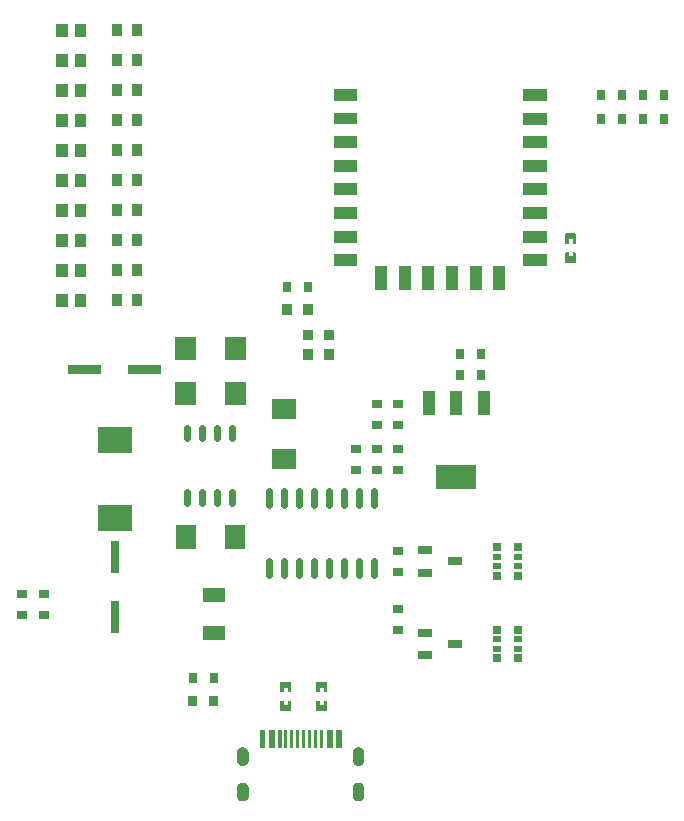
<source format=gtp>
G04 Layer: TopPasteMaskLayer*
G04 EasyEDA v6.4.19.4, 2021-06-08T16:32:54+08:00*
G04 a09ed18009a84ab5a87bbd9c58a990bc,2444bf6f38dc4a26b464d521983d9d6f,10*
G04 Gerber Generator version 0.2*
G04 Scale: 100 percent, Rotated: No, Reflected: No *
G04 Dimensions in millimeters *
G04 leading zeros omitted , absolute positions ,4 integer and 5 decimal *
%FSLAX45Y45*%
%MOMM*%

%ADD13C,0.6000*%
%ADD18R,0.8000X0.9000*%
%ADD19R,0.8000X2.8000*%
%ADD20R,0.9000X0.8000*%
%ADD22R,1.8000X2.0000*%
%ADD23R,2.0000X1.8000*%
%ADD24R,1.9000X1.2000*%
%ADD25R,3.0000X2.2000*%
%ADD26R,0.8999X1.0000*%
%ADD27R,1.2500X0.7000*%
%ADD29R,0.8000X0.6500*%
%ADD30R,0.8000X0.5000*%
%ADD31R,2.0000X1.0000*%
%ADD32R,1.0000X2.0000*%
%ADD33R,1.0922X2.1590*%
%ADD34R,3.5052X2.1590*%

%LPD*%
G36*
X1338072Y-3197809D02*
G01*
X1333093Y-3198215D01*
X1328166Y-3199079D01*
X1323390Y-3200400D01*
X1318717Y-3202228D01*
X1314297Y-3204514D01*
X1310132Y-3207207D01*
X1306220Y-3210306D01*
X1302664Y-3213811D01*
X1299464Y-3217621D01*
X1296619Y-3221736D01*
X1294231Y-3226104D01*
X1292301Y-3230676D01*
X1290828Y-3235452D01*
X1289862Y-3240328D01*
X1289354Y-3245307D01*
X1289304Y-3307791D01*
X1289558Y-3312769D01*
X1290269Y-3317697D01*
X1291539Y-3322523D01*
X1293215Y-3327196D01*
X1295400Y-3331718D01*
X1297990Y-3335985D01*
X1300988Y-3339947D01*
X1304391Y-3343605D01*
X1308150Y-3346907D01*
X1312164Y-3349802D01*
X1316482Y-3352292D01*
X1321054Y-3354324D01*
X1325778Y-3355949D01*
X1330604Y-3357016D01*
X1335582Y-3357676D01*
X1340561Y-3357778D01*
X1345539Y-3357422D01*
X1350416Y-3356559D01*
X1355242Y-3355187D01*
X1359865Y-3353358D01*
X1364284Y-3351123D01*
X1368501Y-3348380D01*
X1372362Y-3345281D01*
X1375968Y-3341827D01*
X1379169Y-3337966D01*
X1381963Y-3333851D01*
X1384350Y-3329482D01*
X1386281Y-3324910D01*
X1387754Y-3320135D01*
X1388770Y-3315258D01*
X1389227Y-3310280D01*
X1389329Y-3247796D01*
X1389075Y-3242818D01*
X1388313Y-3237890D01*
X1387094Y-3233064D01*
X1385366Y-3228390D01*
X1383233Y-3223869D01*
X1380591Y-3219653D01*
X1377594Y-3215640D01*
X1374241Y-3211982D01*
X1370482Y-3208731D01*
X1366418Y-3205784D01*
X1362100Y-3203295D01*
X1357579Y-3201263D01*
X1352854Y-3199688D01*
X1347978Y-3198571D01*
X1343050Y-3197961D01*
G37*
G36*
X2317038Y-3197809D02*
G01*
X2312060Y-3198215D01*
X2307183Y-3199079D01*
X2302357Y-3200400D01*
X2297734Y-3202228D01*
X2293315Y-3204514D01*
X2289098Y-3207207D01*
X2285238Y-3210306D01*
X2281631Y-3213811D01*
X2278430Y-3217621D01*
X2275636Y-3221736D01*
X2273249Y-3226104D01*
X2271318Y-3230676D01*
X2269845Y-3235452D01*
X2268880Y-3240328D01*
X2268372Y-3245307D01*
X2268321Y-3307791D01*
X2268524Y-3312769D01*
X2269286Y-3317697D01*
X2270506Y-3322523D01*
X2272233Y-3327196D01*
X2274366Y-3331718D01*
X2277008Y-3335985D01*
X2280005Y-3339947D01*
X2283409Y-3343605D01*
X2287117Y-3346907D01*
X2291181Y-3349802D01*
X2295499Y-3352292D01*
X2300020Y-3354324D01*
X2304745Y-3355949D01*
X2309622Y-3357016D01*
X2314549Y-3357676D01*
X2319528Y-3357778D01*
X2324506Y-3357422D01*
X2329434Y-3356559D01*
X2334209Y-3355187D01*
X2338882Y-3353358D01*
X2343302Y-3351123D01*
X2347468Y-3348380D01*
X2351379Y-3345281D01*
X2354935Y-3341827D01*
X2358136Y-3337966D01*
X2360980Y-3333851D01*
X2363368Y-3329482D01*
X2365298Y-3324910D01*
X2366772Y-3320135D01*
X2367737Y-3315258D01*
X2368245Y-3310280D01*
X2368296Y-3247796D01*
X2368042Y-3242818D01*
X2367330Y-3237890D01*
X2366060Y-3233064D01*
X2364384Y-3228390D01*
X2362200Y-3223869D01*
X2359609Y-3219653D01*
X2356612Y-3215640D01*
X2353208Y-3211982D01*
X2349449Y-3208731D01*
X2345436Y-3205784D01*
X2341118Y-3203295D01*
X2336546Y-3201263D01*
X2331821Y-3199688D01*
X2326995Y-3198571D01*
X2322017Y-3197961D01*
G37*
G36*
X1338072Y-3497834D02*
G01*
X1333093Y-3498189D01*
X1328166Y-3499053D01*
X1323390Y-3500424D01*
X1318717Y-3502202D01*
X1314297Y-3504488D01*
X1310132Y-3507232D01*
X1306220Y-3510330D01*
X1302664Y-3513785D01*
X1299464Y-3517595D01*
X1296619Y-3521710D01*
X1294231Y-3526129D01*
X1292301Y-3530701D01*
X1290828Y-3535476D01*
X1289862Y-3540353D01*
X1289354Y-3545332D01*
X1289304Y-3607815D01*
X1289558Y-3612794D01*
X1290269Y-3617722D01*
X1291539Y-3622548D01*
X1293215Y-3627221D01*
X1295400Y-3631742D01*
X1297990Y-3635959D01*
X1300988Y-3639921D01*
X1304391Y-3643579D01*
X1308150Y-3646881D01*
X1312164Y-3649827D01*
X1316482Y-3652316D01*
X1321054Y-3654348D01*
X1325778Y-3655923D01*
X1330604Y-3657041D01*
X1335582Y-3657650D01*
X1340561Y-3657803D01*
X1345539Y-3657396D01*
X1350416Y-3656533D01*
X1355242Y-3655212D01*
X1359865Y-3653383D01*
X1364284Y-3651097D01*
X1368501Y-3648405D01*
X1372362Y-3645306D01*
X1375968Y-3641801D01*
X1379169Y-3637991D01*
X1381963Y-3633876D01*
X1384350Y-3629507D01*
X1386281Y-3624884D01*
X1387754Y-3620160D01*
X1388770Y-3615232D01*
X1389227Y-3610305D01*
X1389329Y-3547821D01*
X1389075Y-3542842D01*
X1388313Y-3537915D01*
X1387094Y-3533089D01*
X1385366Y-3528364D01*
X1383233Y-3523894D01*
X1380591Y-3519627D01*
X1377594Y-3515664D01*
X1374241Y-3512007D01*
X1370482Y-3508705D01*
X1366418Y-3505809D01*
X1362100Y-3503320D01*
X1357579Y-3501237D01*
X1352854Y-3499662D01*
X1347978Y-3498545D01*
X1343050Y-3497935D01*
G37*
G36*
X2317038Y-3497834D02*
G01*
X2312060Y-3498189D01*
X2307183Y-3499053D01*
X2302357Y-3500424D01*
X2297734Y-3502202D01*
X2293315Y-3504488D01*
X2289098Y-3507232D01*
X2285238Y-3510330D01*
X2281631Y-3513785D01*
X2278430Y-3517595D01*
X2275636Y-3521710D01*
X2273249Y-3526129D01*
X2271318Y-3530701D01*
X2269845Y-3535476D01*
X2268880Y-3540353D01*
X2268372Y-3545332D01*
X2268321Y-3607815D01*
X2268524Y-3612794D01*
X2269286Y-3617722D01*
X2270506Y-3622548D01*
X2272233Y-3627221D01*
X2274366Y-3631742D01*
X2277008Y-3635959D01*
X2280005Y-3639921D01*
X2283409Y-3643579D01*
X2287117Y-3646881D01*
X2291181Y-3649827D01*
X2295499Y-3652316D01*
X2300020Y-3654348D01*
X2304745Y-3655923D01*
X2309622Y-3657041D01*
X2314549Y-3657650D01*
X2319528Y-3657803D01*
X2324506Y-3657396D01*
X2329434Y-3656533D01*
X2334209Y-3655212D01*
X2338882Y-3653383D01*
X2343302Y-3651097D01*
X2347468Y-3648405D01*
X2351379Y-3645306D01*
X2354935Y-3641801D01*
X2358136Y-3637991D01*
X2360980Y-3633876D01*
X2363368Y-3629507D01*
X2365298Y-3624884D01*
X2366772Y-3620160D01*
X2367737Y-3615232D01*
X2368245Y-3610305D01*
X2368296Y-3547821D01*
X2368042Y-3542842D01*
X2367330Y-3537915D01*
X2366060Y-3533089D01*
X2364384Y-3528364D01*
X2362200Y-3523894D01*
X2359609Y-3519627D01*
X2356612Y-3515664D01*
X2353208Y-3512007D01*
X2349449Y-3508705D01*
X2345436Y-3505809D01*
X2341118Y-3503320D01*
X2336546Y-3501237D01*
X2331821Y-3499662D01*
X2326995Y-3498545D01*
X2322017Y-3497935D01*
G37*
G36*
X2126284Y-3052826D02*
G01*
X2126284Y-3202787D01*
X2176322Y-3202787D01*
X2176322Y-3052826D01*
G37*
G36*
X2048814Y-3052826D02*
G01*
X2048814Y-3202787D01*
X2098802Y-3202787D01*
X2098802Y-3052826D01*
G37*
G36*
X1989785Y-3052826D02*
G01*
X1989785Y-3202787D01*
X2017775Y-3202787D01*
X2017775Y-3052826D01*
G37*
G36*
X1939798Y-3052826D02*
G01*
X1939798Y-3202787D01*
X1967788Y-3202787D01*
X1967788Y-3052826D01*
G37*
G36*
X1889810Y-3052826D02*
G01*
X1889810Y-3202787D01*
X1917801Y-3202787D01*
X1917801Y-3052826D01*
G37*
G36*
X1839823Y-3052826D02*
G01*
X1839823Y-3202787D01*
X1867814Y-3202787D01*
X1867814Y-3052826D01*
G37*
G36*
X1789785Y-3052826D02*
G01*
X1789785Y-3202787D01*
X1817776Y-3202787D01*
X1817776Y-3052826D01*
G37*
G36*
X1739798Y-3052826D02*
G01*
X1739798Y-3202787D01*
X1767839Y-3202787D01*
X1767839Y-3052826D01*
G37*
G36*
X1688795Y-3052826D02*
G01*
X1688795Y-3202787D01*
X1716836Y-3202787D01*
X1716836Y-3052826D01*
G37*
G36*
X1639824Y-3052826D02*
G01*
X1639824Y-3202787D01*
X1667814Y-3202787D01*
X1667814Y-3052826D01*
G37*
G36*
X1558798Y-3052826D02*
G01*
X1558798Y-3202787D01*
X1608836Y-3202787D01*
X1608836Y-3052826D01*
G37*
G36*
X1481277Y-3052826D02*
G01*
X1481277Y-3202787D01*
X1531315Y-3202787D01*
X1531315Y-3052826D01*
G37*
G36*
X1661820Y-2803093D02*
G01*
X1656791Y-2808122D01*
X1656791Y-2888081D01*
X1661820Y-2893110D01*
X1741779Y-2893110D01*
X1746808Y-2888081D01*
X1746808Y-2808122D01*
X1741779Y-2803093D01*
X1719021Y-2803093D01*
X1719021Y-2840126D01*
X1686001Y-2840126D01*
X1686001Y-2803093D01*
G37*
G36*
X1661820Y-2644089D02*
G01*
X1656791Y-2649118D01*
X1656791Y-2728112D01*
X1661820Y-2733090D01*
X1686001Y-2733090D01*
X1686001Y-2695092D01*
X1719021Y-2695092D01*
X1719021Y-2733090D01*
X1741779Y-2733090D01*
X1746808Y-2728112D01*
X1746808Y-2649118D01*
X1741779Y-2644089D01*
G37*
G36*
X1966620Y-2803093D02*
G01*
X1961591Y-2808122D01*
X1961591Y-2888081D01*
X1966620Y-2893110D01*
X2046579Y-2893110D01*
X2051608Y-2888081D01*
X2051608Y-2808122D01*
X2046579Y-2803093D01*
X2023821Y-2803093D01*
X2023821Y-2840126D01*
X1990801Y-2840126D01*
X1990801Y-2803093D01*
G37*
G36*
X1966620Y-2644089D02*
G01*
X1961591Y-2649118D01*
X1961591Y-2728112D01*
X1966620Y-2733090D01*
X1990801Y-2733090D01*
X1990801Y-2695092D01*
X2023821Y-2695092D01*
X2023821Y-2733090D01*
X2046579Y-2733090D01*
X2051608Y-2728112D01*
X2051608Y-2649118D01*
X2046579Y-2644089D01*
G37*
G36*
X4074820Y994206D02*
G01*
X4069791Y989177D01*
X4069791Y909218D01*
X4074820Y904189D01*
X4154779Y904189D01*
X4159808Y909218D01*
X4159808Y989177D01*
X4154779Y994206D01*
X4132021Y994206D01*
X4132021Y957173D01*
X4099001Y957173D01*
X4099001Y994206D01*
G37*
G36*
X4074820Y1153210D02*
G01*
X4069791Y1148181D01*
X4069791Y1069187D01*
X4074820Y1064209D01*
X4099001Y1064209D01*
X4099001Y1102207D01*
X4132021Y1102207D01*
X4132021Y1064209D01*
X4154779Y1064209D01*
X4159808Y1069187D01*
X4159808Y1148181D01*
X4154779Y1153210D01*
G37*
D13*
X1244600Y-584812D02*
G01*
X1244600Y-492810D01*
X1117600Y-584812D02*
G01*
X1117600Y-492810D01*
X990600Y-584812D02*
G01*
X990600Y-492810D01*
X863600Y-584812D02*
G01*
X863600Y-492810D01*
X1244600Y-1132789D02*
G01*
X1244600Y-1040790D01*
X1117600Y-1132789D02*
G01*
X1117600Y-1040790D01*
X990600Y-1132789D02*
G01*
X990600Y-1040790D01*
X863600Y-1132789D02*
G01*
X863600Y-1040790D01*
X1562100Y-1621480D02*
G01*
X1562100Y-1741479D01*
X1689100Y-1621480D02*
G01*
X1689100Y-1741479D01*
X1816100Y-1621480D02*
G01*
X1816100Y-1741479D01*
X1943100Y-1621480D02*
G01*
X1943100Y-1741479D01*
X2070100Y-1621480D02*
G01*
X2070100Y-1741479D01*
X2197100Y-1621480D02*
G01*
X2197100Y-1741479D01*
X2324100Y-1621480D02*
G01*
X2324100Y-1741479D01*
X2451100Y-1621480D02*
G01*
X2451100Y-1741479D01*
X1562100Y-1027120D02*
G01*
X1562100Y-1147119D01*
X1689100Y-1027120D02*
G01*
X1689100Y-1147119D01*
X1816100Y-1027120D02*
G01*
X1816100Y-1147119D01*
X1943100Y-1027120D02*
G01*
X1943100Y-1147119D01*
X2070100Y-1027120D02*
G01*
X2070100Y-1147119D01*
X2197100Y-1027120D02*
G01*
X2197100Y-1147119D01*
X2324100Y-1027120D02*
G01*
X2324100Y-1147119D01*
X2451100Y-1027120D02*
G01*
X2451100Y-1147119D01*
G36*
X1852305Y172001D02*
G01*
X1932304Y172001D01*
X1932304Y81998D01*
X1852305Y81998D01*
G37*
G36*
X2030087Y171998D02*
G01*
X2110087Y171998D01*
X2110087Y82001D01*
X2030087Y82001D01*
G37*
G36*
X1852305Y337101D02*
G01*
X1932304Y337101D01*
X1932304Y247098D01*
X1852305Y247098D01*
G37*
G36*
X2030087Y337098D02*
G01*
X2110087Y337098D01*
X2110087Y247101D01*
X2030087Y247101D01*
G37*
D19*
G01*
X254000Y-1587500D03*
G01*
X254000Y-2095500D03*
D20*
G01*
X2298700Y-673100D03*
G01*
X2298700Y-850900D03*
G01*
X2654300Y-673100D03*
G01*
X2654300Y-850900D03*
G36*
X-139999Y39999D02*
G01*
X139999Y39999D01*
X139999Y-39999D01*
X-139999Y-39999D01*
G37*
G36*
X368000Y39999D02*
G01*
X647999Y39999D01*
X647999Y-39999D01*
X368000Y-39999D01*
G37*
G01*
X2476500Y-673100D03*
G01*
X2476500Y-850900D03*
D18*
G01*
X3352800Y127000D03*
G01*
X3175025Y127000D03*
G01*
X3352800Y-50800D03*
G01*
X3175025Y-50800D03*
D20*
G01*
X2654300Y-469900D03*
G01*
X2654300Y-292125D03*
G01*
X2476500Y-469900D03*
G01*
X2476500Y-292125D03*
G36*
X766792Y-103200D02*
G01*
X946792Y-103200D01*
X946792Y-303199D01*
X766792Y-303199D01*
G37*
G36*
X1186807Y-103200D02*
G01*
X1366807Y-103200D01*
X1366807Y-303199D01*
X1186807Y-303199D01*
G37*
D22*
G01*
X1276807Y-1422400D03*
G01*
X856792Y-1422400D03*
D23*
G01*
X1689100Y-756107D03*
G01*
X1689100Y-336092D03*
G36*
X766798Y277789D02*
G01*
X946797Y277789D01*
X946797Y77790D01*
X766798Y77790D01*
G37*
G36*
X1186812Y277789D02*
G01*
X1366812Y277789D01*
X1366812Y77790D01*
X1186812Y77790D01*
G37*
D24*
G01*
X1092200Y-1910079D03*
G01*
X1092200Y-2230094D03*
D25*
G01*
X254000Y-1257096D03*
G01*
X254000Y-597103D03*
D26*
G01*
X440588Y2870200D03*
G01*
X270586Y2870200D03*
G01*
X440588Y2616200D03*
G01*
X270586Y2616200D03*
G01*
X440588Y2362200D03*
G01*
X270586Y2362200D03*
G01*
X440588Y2108200D03*
G01*
X270586Y2108200D03*
G01*
X440588Y1854200D03*
G01*
X270586Y1854200D03*
G01*
X440588Y584200D03*
G01*
X270586Y584200D03*
G01*
X440588Y838200D03*
G01*
X270586Y838200D03*
G01*
X440588Y1092200D03*
G01*
X270586Y1092200D03*
D20*
G01*
X-533400Y-1905000D03*
G01*
X-533400Y-2082800D03*
G36*
X874405Y-2761698D02*
G01*
X954404Y-2761698D01*
X954404Y-2851701D01*
X874405Y-2851701D01*
G37*
G36*
X1052187Y-2761701D02*
G01*
X1132187Y-2761701D01*
X1132187Y-2851698D01*
X1052187Y-2851698D01*
G37*
D26*
G01*
X440588Y1346200D03*
G01*
X270586Y1346200D03*
G01*
X440588Y1600200D03*
G01*
X270586Y1600200D03*
G36*
X1674505Y553001D02*
G01*
X1754504Y553001D01*
X1754504Y462998D01*
X1674505Y462998D01*
G37*
G36*
X1852287Y552998D02*
G01*
X1932287Y552998D01*
X1932287Y463001D01*
X1852287Y463001D01*
G37*
D18*
G01*
X4546600Y2324100D03*
G01*
X4368825Y2324100D03*
G01*
X4368825Y2120900D03*
G01*
X4546600Y2120900D03*
D27*
G01*
X3134868Y-1625600D03*
G01*
X2884931Y-1720595D03*
G01*
X2884931Y-1530604D03*
G01*
X3134868Y-2324100D03*
G01*
X2884931Y-2419095D03*
G01*
X2884931Y-2229104D03*
G36*
X-84292Y2925201D02*
G01*
X15707Y2925201D01*
X15707Y2815198D01*
X-84292Y2815198D01*
G37*
G36*
X-244292Y2925201D02*
G01*
X-144292Y2925201D01*
X-144292Y2815198D01*
X-244292Y2815198D01*
G37*
G36*
X-84292Y2671201D02*
G01*
X15707Y2671201D01*
X15707Y2561198D01*
X-84292Y2561198D01*
G37*
G36*
X-244292Y2671201D02*
G01*
X-144292Y2671201D01*
X-144292Y2561198D01*
X-244292Y2561198D01*
G37*
G36*
X-84292Y2417201D02*
G01*
X15707Y2417201D01*
X15707Y2307198D01*
X-84292Y2307198D01*
G37*
G36*
X-244292Y2417201D02*
G01*
X-144292Y2417201D01*
X-144292Y2307198D01*
X-244292Y2307198D01*
G37*
G36*
X-84292Y2163201D02*
G01*
X15707Y2163201D01*
X15707Y2053198D01*
X-84292Y2053198D01*
G37*
G36*
X-244292Y2163201D02*
G01*
X-144292Y2163201D01*
X-144292Y2053198D01*
X-244292Y2053198D01*
G37*
G36*
X-84292Y1909201D02*
G01*
X15707Y1909201D01*
X15707Y1799198D01*
X-84292Y1799198D01*
G37*
G36*
X-244292Y1909201D02*
G01*
X-144292Y1909201D01*
X-144292Y1799198D01*
X-244292Y1799198D01*
G37*
G36*
X-84292Y639201D02*
G01*
X15707Y639201D01*
X15707Y529198D01*
X-84292Y529198D01*
G37*
G36*
X-244292Y639201D02*
G01*
X-144292Y639201D01*
X-144292Y529198D01*
X-244292Y529198D01*
G37*
G36*
X-84292Y893201D02*
G01*
X15707Y893201D01*
X15707Y783198D01*
X-84292Y783198D01*
G37*
G36*
X-244292Y893201D02*
G01*
X-144292Y893201D01*
X-144292Y783198D01*
X-244292Y783198D01*
G37*
G36*
X-84292Y1147201D02*
G01*
X15707Y1147201D01*
X15707Y1037198D01*
X-84292Y1037198D01*
G37*
G36*
X-244292Y1147201D02*
G01*
X-144292Y1147201D01*
X-144292Y1037198D01*
X-244292Y1037198D01*
G37*
G36*
X-84292Y1401201D02*
G01*
X15707Y1401201D01*
X15707Y1291198D01*
X-84292Y1291198D01*
G37*
G36*
X-244292Y1401201D02*
G01*
X-144292Y1401201D01*
X-144292Y1291198D01*
X-244292Y1291198D01*
G37*
G36*
X-84292Y1655201D02*
G01*
X15707Y1655201D01*
X15707Y1545198D01*
X-84292Y1545198D01*
G37*
G36*
X-244292Y1655201D02*
G01*
X-144292Y1655201D01*
X-144292Y1545198D01*
X-244292Y1545198D01*
G37*
D20*
G01*
X2654300Y-2032000D03*
G01*
X2654300Y-2209800D03*
G01*
X2654300Y-1714500D03*
G01*
X2654300Y-1536700D03*
D18*
G01*
X4724400Y2324100D03*
G01*
X4902200Y2324100D03*
G01*
X4724400Y2120900D03*
G01*
X4902200Y2120900D03*
G01*
X1714500Y698500D03*
G01*
X1892300Y698500D03*
D20*
G01*
X-342900Y-1905000D03*
G01*
X-342900Y-2082800D03*
D18*
G01*
X914400Y-2616200D03*
G01*
X1092200Y-2616200D03*
D29*
G01*
X3491407Y-1505610D03*
G01*
X3671392Y-1505610D03*
D30*
G01*
X3491407Y-1585595D03*
G01*
X3671392Y-1585595D03*
G01*
X3491407Y-1665604D03*
G01*
X3671392Y-1665604D03*
D29*
G01*
X3491407Y-1745589D03*
G01*
X3671392Y-1745589D03*
G01*
X3491407Y-2204110D03*
G01*
X3671392Y-2204110D03*
D30*
G01*
X3491407Y-2284095D03*
G01*
X3671392Y-2284095D03*
G01*
X3491407Y-2364104D03*
G01*
X3671392Y-2364104D03*
D29*
G01*
X3491407Y-2444089D03*
G01*
X3671392Y-2444089D03*
D31*
G01*
X3809974Y2324455D03*
G01*
X3809949Y2124455D03*
G01*
X3809974Y1924456D03*
G01*
X3809898Y1724456D03*
G01*
X3809974Y1524457D03*
G01*
X3810050Y1324457D03*
G01*
X3809923Y1124457D03*
G01*
X3809771Y924458D03*
D32*
G01*
X3509594Y774369D03*
G01*
X3309594Y774445D03*
G01*
X3109671Y774445D03*
G01*
X2909595Y774445D03*
G01*
X2709722Y774496D03*
G01*
X2509900Y774344D03*
G36*
X2109825Y974468D02*
G01*
X2309825Y974468D01*
X2309825Y874468D01*
X2109825Y874468D01*
G37*
G36*
X2109749Y1174468D02*
G01*
X2309749Y1174468D01*
X2309749Y1074468D01*
X2109749Y1074468D01*
G37*
G36*
X2109749Y1374467D02*
G01*
X2309749Y1374467D01*
X2309749Y1274467D01*
X2109749Y1274467D01*
G37*
G36*
X2109749Y1574469D02*
G01*
X2309749Y1574469D01*
X2309749Y1474470D01*
X2109749Y1474470D01*
G37*
G36*
X2109749Y1774469D02*
G01*
X2309749Y1774469D01*
X2309749Y1674469D01*
X2109749Y1674469D01*
G37*
G36*
X2109749Y1974469D02*
G01*
X2309749Y1974469D01*
X2309749Y1874469D01*
X2109749Y1874469D01*
G37*
G36*
X2109749Y2174468D02*
G01*
X2309749Y2174468D01*
X2309749Y2074468D01*
X2109749Y2074468D01*
G37*
G36*
X2109749Y2374468D02*
G01*
X2309749Y2374468D01*
X2309749Y2274468D01*
X2109749Y2274468D01*
G37*
D33*
G01*
X3379470Y-287020D03*
G01*
X3148329Y-287020D03*
G01*
X2919729Y-287020D03*
D34*
G01*
X3148329Y-906779D03*
M02*

</source>
